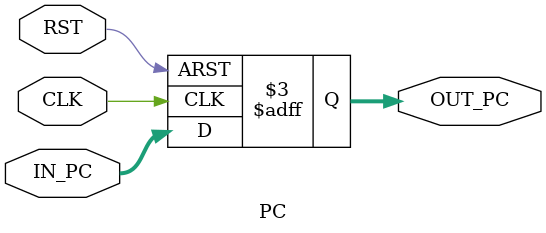
<source format=v>
`timescale 1ns / 1ps

module PC(IN_PC,OUT_PC,CLK,RST
    );
input       CLK,RST;
input  [31:0]   IN_PC;
output [31:0]   OUT_PC;
reg    [31:0]   OUT_PC;

	always @(posedge CLK , negedge RST) begin
		if (RST==1'b0)
			#0.01 OUT_PC <= 32 'h0;
		else
			#0.01 OUT_PC <= IN_PC;
			
	end

endmodule

</source>
